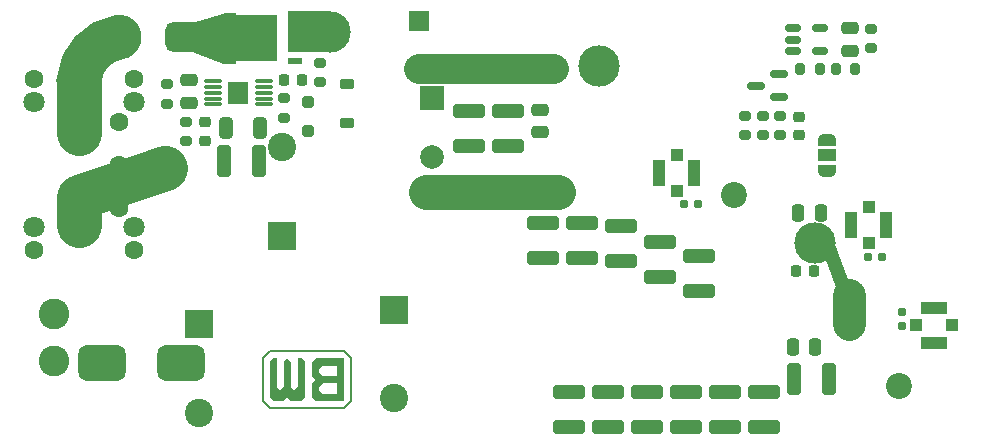
<source format=gbr>
%TF.GenerationSoftware,KiCad,Pcbnew,8.0.4*%
%TF.CreationDate,2024-09-17T23:50:54+02:00*%
%TF.ProjectId,PowerAmpSupply,506f7765-7241-46d7-9053-7570706c792e,rev?*%
%TF.SameCoordinates,Original*%
%TF.FileFunction,Soldermask,Bot*%
%TF.FilePolarity,Negative*%
%FSLAX46Y46*%
G04 Gerber Fmt 4.6, Leading zero omitted, Abs format (unit mm)*
G04 Created by KiCad (PCBNEW 8.0.4) date 2024-09-17 23:50:54*
%MOMM*%
%LPD*%
G01*
G04 APERTURE LIST*
G04 Aperture macros list*
%AMRoundRect*
0 Rectangle with rounded corners*
0 $1 Rounding radius*
0 $2 $3 $4 $5 $6 $7 $8 $9 X,Y pos of 4 corners*
0 Add a 4 corners polygon primitive as box body*
4,1,4,$2,$3,$4,$5,$6,$7,$8,$9,$2,$3,0*
0 Add four circle primitives for the rounded corners*
1,1,$1+$1,$2,$3*
1,1,$1+$1,$4,$5*
1,1,$1+$1,$6,$7*
1,1,$1+$1,$8,$9*
0 Add four rect primitives between the rounded corners*
20,1,$1+$1,$2,$3,$4,$5,0*
20,1,$1+$1,$4,$5,$6,$7,0*
20,1,$1+$1,$6,$7,$8,$9,0*
20,1,$1+$1,$8,$9,$2,$3,0*%
%AMFreePoly0*
4,1,19,0.550000,-0.750000,0.000000,-0.750000,0.000000,-0.744911,-0.071157,-0.744911,-0.207708,-0.704816,-0.327430,-0.627875,-0.420627,-0.520320,-0.479746,-0.390866,-0.500000,-0.250000,-0.500000,0.250000,-0.479746,0.390866,-0.420627,0.520320,-0.327430,0.627875,-0.207708,0.704816,-0.071157,0.744911,0.000000,0.744911,0.000000,0.750000,0.550000,0.750000,0.550000,-0.750000,0.550000,-0.750000,
$1*%
%AMFreePoly1*
4,1,19,0.000000,0.744911,0.071157,0.744911,0.207708,0.704816,0.327430,0.627875,0.420627,0.520320,0.479746,0.390866,0.500000,0.250000,0.500000,-0.250000,0.479746,-0.390866,0.420627,-0.520320,0.327430,-0.627875,0.207708,-0.704816,0.071157,-0.744911,0.000000,-0.744911,0.000000,-0.750000,-0.550000,-0.750000,-0.550000,0.750000,0.000000,0.750000,0.000000,0.744911,0.000000,0.744911,
$1*%
G04 Aperture macros list end*
%ADD10C,3.000000*%
%ADD11C,0.100000*%
%ADD12C,3.800000*%
%ADD13C,2.500000*%
%ADD14C,1.200000*%
%ADD15C,2.800000*%
%ADD16C,0.150000*%
%ADD17C,0.000000*%
%ADD18RoundRect,0.160000X-0.197500X-0.160000X0.197500X-0.160000X0.197500X0.160000X-0.197500X0.160000X0*%
%ADD19RoundRect,0.160000X0.160000X-0.197500X0.160000X0.197500X-0.160000X0.197500X-0.160000X-0.197500X0*%
%ADD20RoundRect,0.160000X0.197500X0.160000X-0.197500X0.160000X-0.197500X-0.160000X0.197500X-0.160000X0*%
%ADD21R,1.050000X1.000000*%
%ADD22R,2.200000X1.050000*%
%ADD23R,1.000000X1.050000*%
%ADD24R,1.050000X2.200000*%
%ADD25C,2.200000*%
%ADD26C,3.500000*%
%ADD27C,2.600000*%
%ADD28R,1.700000X1.700000*%
%ADD29R,2.400000X2.400000*%
%ADD30C,2.400000*%
%ADD31R,2.000000X2.000000*%
%ADD32C,2.000000*%
%ADD33C,3.000000*%
%ADD34C,1.600000*%
%ADD35C,1.800000*%
%ADD36RoundRect,0.250000X-0.250000X-0.475000X0.250000X-0.475000X0.250000X0.475000X-0.250000X0.475000X0*%
%ADD37RoundRect,0.250000X-1.100000X0.325000X-1.100000X-0.325000X1.100000X-0.325000X1.100000X0.325000X0*%
%ADD38RoundRect,0.250000X-0.325000X-1.100000X0.325000X-1.100000X0.325000X1.100000X-0.325000X1.100000X0*%
%ADD39RoundRect,0.250000X1.100000X-0.325000X1.100000X0.325000X-1.100000X0.325000X-1.100000X-0.325000X0*%
%ADD40RoundRect,0.625000X-0.875000X-0.625000X0.875000X-0.625000X0.875000X0.625000X-0.875000X0.625000X0*%
%ADD41RoundRect,0.250000X-0.250000X0.250000X-0.250000X-0.250000X0.250000X-0.250000X0.250000X0.250000X0*%
%ADD42RoundRect,0.200000X-0.275000X0.200000X-0.275000X-0.200000X0.275000X-0.200000X0.275000X0.200000X0*%
%ADD43RoundRect,0.225000X-0.225000X-0.250000X0.225000X-0.250000X0.225000X0.250000X-0.225000X0.250000X0*%
%ADD44RoundRect,0.250000X-0.475000X0.250000X-0.475000X-0.250000X0.475000X-0.250000X0.475000X0.250000X0*%
%ADD45RoundRect,0.075000X-0.650000X-0.075000X0.650000X-0.075000X0.650000X0.075000X-0.650000X0.075000X0*%
%ADD46R,1.680000X1.880000*%
%ADD47RoundRect,0.225000X0.250000X-0.225000X0.250000X0.225000X-0.250000X0.225000X-0.250000X-0.225000X0*%
%ADD48RoundRect,0.225000X0.375000X-0.225000X0.375000X0.225000X-0.375000X0.225000X-0.375000X-0.225000X0*%
%ADD49RoundRect,0.250000X-0.325000X-0.650000X0.325000X-0.650000X0.325000X0.650000X-0.325000X0.650000X0*%
%ADD50RoundRect,0.150000X-0.512500X-0.150000X0.512500X-0.150000X0.512500X0.150000X-0.512500X0.150000X0*%
%ADD51RoundRect,0.775000X1.225000X0.775000X-1.225000X0.775000X-1.225000X-0.775000X1.225000X-0.775000X0*%
%ADD52RoundRect,0.150000X0.587500X0.150000X-0.587500X0.150000X-0.587500X-0.150000X0.587500X-0.150000X0*%
%ADD53R,1.270000X0.610000*%
%ADD54R,3.810000X3.910000*%
%ADD55R,1.020000X0.610000*%
%ADD56RoundRect,0.200000X0.275000X-0.200000X0.275000X0.200000X-0.275000X0.200000X-0.275000X-0.200000X0*%
%ADD57RoundRect,0.250000X0.475000X-0.250000X0.475000X0.250000X-0.475000X0.250000X-0.475000X-0.250000X0*%
%ADD58FreePoly0,270.000000*%
%ADD59R,1.500000X1.000000*%
%ADD60FreePoly1,270.000000*%
%ADD61RoundRect,0.200000X0.200000X0.275000X-0.200000X0.275000X-0.200000X-0.275000X0.200000X-0.275000X0*%
%ADD62RoundRect,0.225000X-0.250000X0.225000X-0.250000X-0.225000X0.250000X-0.225000X0.250000X0.225000X0*%
G04 APERTURE END LIST*
D10*
X144900000Y-96000000D02*
X156100000Y-96000000D01*
D11*
X128600000Y-85100000D02*
X127700000Y-85100000D01*
X125100000Y-84100000D01*
X125100000Y-81700000D01*
X127700000Y-80900000D01*
X128600000Y-80900000D01*
X128600000Y-85100000D01*
G36*
X128600000Y-85100000D02*
G01*
X127700000Y-85100000D01*
X125100000Y-84100000D01*
X125100000Y-81700000D01*
X127700000Y-80900000D01*
X128600000Y-80900000D01*
X128600000Y-85100000D01*
G37*
X133200000Y-80700000D02*
X136800000Y-80700000D01*
X136800000Y-84100000D01*
X133200000Y-84100000D01*
X133200000Y-80700000D01*
G36*
X133200000Y-80700000D02*
G01*
X136800000Y-80700000D01*
X136800000Y-84100000D01*
X133200000Y-84100000D01*
X133200000Y-80700000D01*
G37*
D12*
X115500000Y-86600000D02*
G75*
G02*
X118900000Y-82900000I4019900J-281800D01*
G01*
X115500000Y-91000000D02*
X115500000Y-86600000D01*
X115500000Y-96400000D02*
X122800000Y-94000000D01*
D13*
X144300000Y-85600000D02*
X155700000Y-85600000D01*
D12*
X115500000Y-98800000D02*
X115500000Y-96400000D01*
D14*
X178850000Y-100300000D02*
X180200000Y-104000000D01*
D15*
X180700000Y-104700000D02*
X180700000Y-107200000D01*
D16*
%TO.C,Logo*%
X138550000Y-110100000D02*
X138550000Y-113700000D01*
X137950000Y-114300000D01*
X131650000Y-114300000D01*
X131050000Y-113700000D01*
X131050000Y-110100000D01*
X131650000Y-109500000D01*
X137950000Y-109500000D01*
X138550000Y-110100000D01*
D17*
G36*
X137950000Y-111600000D02*
G01*
X137350000Y-111600000D01*
X137350000Y-110700000D01*
X136150000Y-110700000D01*
X135850000Y-111000000D01*
X135850000Y-111300000D01*
X136150000Y-111600000D01*
X135250000Y-111600000D01*
X135250000Y-110400000D01*
X135550000Y-110100000D01*
X137950000Y-110100000D01*
X137950000Y-111600000D01*
G37*
G36*
X137350000Y-111600000D02*
G01*
X137950000Y-111600000D01*
X137950000Y-113700000D01*
X135550000Y-113700000D01*
X135250000Y-113400000D01*
X135250000Y-112500000D01*
X135850000Y-112500000D01*
X135850000Y-112800000D01*
X136150000Y-113100000D01*
X137350000Y-113100000D01*
X137350000Y-112200000D01*
X136150000Y-112200000D01*
X135850000Y-112500000D01*
X135250000Y-112500000D01*
X135250000Y-112200000D01*
X135550000Y-111900000D01*
X135250000Y-111600000D01*
X137350000Y-111600000D01*
G37*
G36*
X132250000Y-112500000D02*
G01*
X132550000Y-112800000D01*
X132850000Y-112500000D01*
X132850000Y-110400000D01*
X133150000Y-110100000D01*
X133450000Y-110400000D01*
X133450000Y-112500000D01*
X133750000Y-112800000D01*
X134050000Y-112500000D01*
X134050000Y-110100000D01*
X134350000Y-110100000D01*
X134650000Y-110400000D01*
X134650000Y-113400000D01*
X134350000Y-113700000D01*
X133450000Y-113700000D01*
X133150000Y-113400000D01*
X132850000Y-113700000D01*
X131950000Y-113700000D01*
X131650000Y-113400000D01*
X131650000Y-110400000D01*
X131950000Y-110100000D01*
X132250000Y-110100000D01*
X132250000Y-112500000D01*
G37*
%TD*%
D18*
%TO.C,R34*%
X182302500Y-101500000D03*
X183497500Y-101500000D03*
%TD*%
D19*
%TO.C,R33*%
X185200000Y-107395000D03*
X185200000Y-106200000D03*
%TD*%
D20*
%TO.C,R32*%
X166700000Y-97000000D03*
X167895000Y-97000000D03*
%TD*%
D21*
%TO.C,J10*%
X186375000Y-107300000D03*
D22*
X187900000Y-108775000D03*
D21*
X189425000Y-107300000D03*
D22*
X187900000Y-105825000D03*
%TD*%
D23*
%TO.C,J9*%
X166100000Y-95900000D03*
D24*
X167575000Y-94375000D03*
D23*
X166100000Y-92850000D03*
D24*
X164625000Y-94375000D03*
%TD*%
D23*
%TO.C,J8*%
X182375000Y-100325000D03*
D24*
X183850000Y-98800000D03*
D23*
X182375000Y-97275000D03*
D24*
X180900000Y-98800000D03*
%TD*%
D25*
%TO.C,REF\u002A\u002A*%
X171000000Y-96300000D03*
X184900000Y-112400000D03*
%TD*%
D26*
%TO.C,J2*%
X159500000Y-85300000D03*
%TD*%
D27*
%TO.C,J6*%
X113375000Y-110281200D03*
X113375000Y-106318800D03*
%TD*%
D28*
%TO.C,J7*%
X144300000Y-81500000D03*
%TD*%
D29*
%TO.C,C28*%
X125700000Y-107187246D03*
D30*
X125700000Y-114687246D03*
%TD*%
D31*
%TO.C,C7*%
X145400000Y-88032323D03*
D32*
X145400000Y-93032323D03*
%TD*%
D33*
%TO.C,J5*%
X115500000Y-96450000D03*
X115500000Y-98750000D03*
X115500000Y-88650000D03*
X115500000Y-90950000D03*
D34*
X118875000Y-97350000D03*
X118875000Y-93700000D03*
X118875000Y-90050000D03*
X111700000Y-86450000D03*
D35*
X111700000Y-88400000D03*
X111700000Y-99000000D03*
D34*
X111700000Y-100950000D03*
X120150000Y-86450000D03*
D35*
X120150000Y-88400000D03*
X120150000Y-99000000D03*
D34*
X120150000Y-100950000D03*
%TD*%
D29*
%TO.C,C26*%
X142200000Y-105987246D03*
D30*
X142200000Y-113487246D03*
%TD*%
D26*
%TO.C,J3*%
X122800000Y-94000000D03*
%TD*%
D29*
%TO.C,C27*%
X132700000Y-99712755D03*
D30*
X132700000Y-92212755D03*
%TD*%
D26*
%TO.C,J1*%
X136800000Y-82500000D03*
%TD*%
%TO.C,J4*%
X177800000Y-100300000D03*
%TD*%
D36*
%TO.C,C6*%
X175950000Y-109100000D03*
X177850000Y-109100000D03*
%TD*%
D37*
%TO.C,C33*%
X160300000Y-112925000D03*
X160300000Y-115875000D03*
%TD*%
D38*
%TO.C,C45*%
X127825000Y-93400000D03*
X130775000Y-93400000D03*
%TD*%
D39*
%TO.C,C23*%
X158100000Y-101575000D03*
X158100000Y-98625000D03*
%TD*%
D40*
%TO.C,L2*%
X118850000Y-82900000D03*
X124350000Y-82900000D03*
%TD*%
D37*
%TO.C,C9*%
X151800000Y-89125000D03*
X151800000Y-92075000D03*
%TD*%
D41*
%TO.C,D6*%
X134900000Y-88350000D03*
X134900000Y-90850000D03*
%TD*%
D42*
%TO.C,R29*%
X124600000Y-90075000D03*
X124600000Y-91725000D03*
%TD*%
D43*
%TO.C,C46*%
X132825000Y-86500000D03*
X134375000Y-86500000D03*
%TD*%
D44*
%TO.C,C10*%
X154500000Y-89050000D03*
X154500000Y-90950000D03*
%TD*%
D45*
%TO.C,U5*%
X126850000Y-88600000D03*
X126850000Y-88100000D03*
X126850000Y-87600000D03*
X126850000Y-87100000D03*
X126850000Y-86600000D03*
X131150000Y-86600000D03*
X131150000Y-87100000D03*
X131150000Y-87600000D03*
X131150000Y-88100000D03*
X131150000Y-88600000D03*
D46*
X129000000Y-87600000D03*
%TD*%
D37*
%TO.C,C29*%
X173500000Y-112925000D03*
X173500000Y-115875000D03*
%TD*%
D39*
%TO.C,C24*%
X154800000Y-101575000D03*
X154800000Y-98625000D03*
%TD*%
D47*
%TO.C,C14*%
X176500000Y-91175000D03*
X176500000Y-89625000D03*
%TD*%
D42*
%TO.C,R15*%
X173400000Y-89575000D03*
X173400000Y-91225000D03*
%TD*%
D48*
%TO.C,D4*%
X138200000Y-90150000D03*
X138200000Y-86850000D03*
%TD*%
D42*
%TO.C,R16*%
X171900000Y-89575000D03*
X171900000Y-91225000D03*
%TD*%
D49*
%TO.C,C41*%
X127925000Y-90600000D03*
X130875000Y-90600000D03*
%TD*%
D37*
%TO.C,C34*%
X157000000Y-112925000D03*
X157000000Y-115875000D03*
%TD*%
D42*
%TO.C,R27*%
X132900000Y-88075000D03*
X132900000Y-89725000D03*
%TD*%
D50*
%TO.C,U3*%
X175962500Y-84050000D03*
X175962500Y-83100000D03*
X175962500Y-82150000D03*
X178237500Y-82150000D03*
X178237500Y-84050000D03*
%TD*%
D51*
%TO.C,F1*%
X124150000Y-110500000D03*
X117450000Y-110500000D03*
%TD*%
D37*
%TO.C,C30*%
X170200000Y-112925000D03*
X170200000Y-115875000D03*
%TD*%
D52*
%TO.C,U2*%
X174737500Y-86050000D03*
X174737500Y-87950000D03*
X172862500Y-87000000D03*
%TD*%
D38*
%TO.C,C25*%
X176025000Y-111800000D03*
X178975000Y-111800000D03*
%TD*%
D53*
%TO.C,Q5*%
X133775000Y-81095000D03*
X133775000Y-82365000D03*
X133775000Y-83635000D03*
X133775000Y-84905000D03*
D54*
X130415000Y-83000000D03*
D55*
X128310000Y-84905000D03*
X128310000Y-83635000D03*
X128310000Y-82365000D03*
X128310000Y-81095000D03*
%TD*%
D36*
%TO.C,C11*%
X176400000Y-97800000D03*
X178300000Y-97800000D03*
%TD*%
D56*
%TO.C,R17*%
X174900000Y-91225000D03*
X174900000Y-89575000D03*
%TD*%
D42*
%TO.C,R25*%
X135900000Y-85075000D03*
X135900000Y-86725000D03*
%TD*%
D39*
%TO.C,C22*%
X161400000Y-101875000D03*
X161400000Y-98925000D03*
%TD*%
D57*
%TO.C,C36*%
X180800000Y-84050000D03*
X180800000Y-82150000D03*
%TD*%
D42*
%TO.C,R26*%
X123000000Y-86875000D03*
X123000000Y-88525000D03*
%TD*%
D58*
%TO.C,JP1*%
X178800000Y-91600000D03*
D59*
X178800000Y-92900000D03*
D60*
X178800000Y-94200000D03*
%TD*%
D37*
%TO.C,C31*%
X166900000Y-112925000D03*
X166900000Y-115875000D03*
%TD*%
D39*
%TO.C,C21*%
X164700000Y-103175000D03*
X164700000Y-100225000D03*
%TD*%
D43*
%TO.C,C5*%
X176225000Y-102700000D03*
X177775000Y-102700000D03*
%TD*%
D37*
%TO.C,C8*%
X148500000Y-89125000D03*
X148500000Y-92075000D03*
%TD*%
D61*
%TO.C,R19*%
X181225000Y-85600000D03*
X179575000Y-85600000D03*
%TD*%
D62*
%TO.C,C44*%
X126200000Y-90125000D03*
X126200000Y-91675000D03*
%TD*%
D42*
%TO.C,R22*%
X182600000Y-82175000D03*
X182600000Y-83825000D03*
%TD*%
D37*
%TO.C,C32*%
X163600000Y-112925000D03*
X163600000Y-115875000D03*
%TD*%
D44*
%TO.C,C43*%
X124800000Y-86550000D03*
X124800000Y-88450000D03*
%TD*%
D39*
%TO.C,C20*%
X168000000Y-104375000D03*
X168000000Y-101425000D03*
%TD*%
D61*
%TO.C,R21*%
X178225000Y-85600000D03*
X176575000Y-85600000D03*
%TD*%
M02*

</source>
